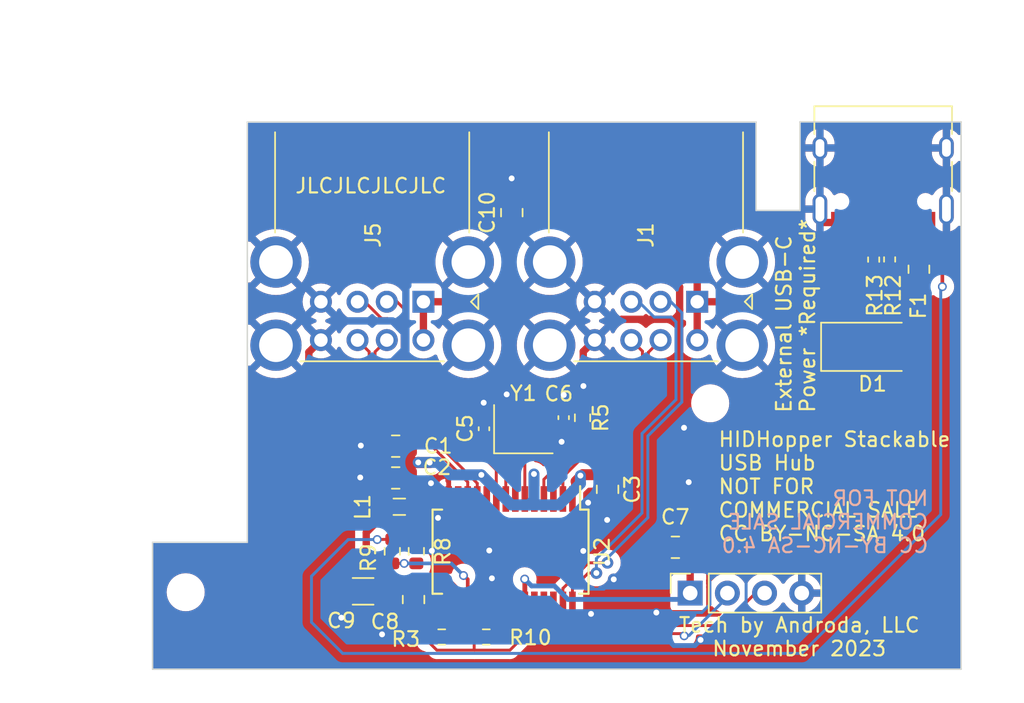
<source format=kicad_pcb>
(kicad_pcb (version 20221018) (generator pcbnew)
  (layers (0 "F.Cu" signal) (31 "B.Cu" signal) (34 "B.Paste" user) (35 "F.Paste" user) (36 "B.SilkS" user "B.Silkscreen") (37 "F.SilkS" user "F.Silkscreen") (38 "B.Mask" user) (39 "F.Mask" user) (44 "Edge.Cuts" user))
  (net 0 "")
  (net 1 "GND")
  (net 2 "Net-(D1-A)")
  (net 3 "Net-(U2-PGANG)")
  (net 4 "+3.3V")
  (net 5 "Net-(U2-RREF)")
  (net 6 "Net-(U2-PSELF)")
  (net 7 "BPI")
  (net 8 "Net-(U2-OVCUR1#)")
  (net 9 "Net-(J7-CC1)")
  (net 13 "AVDD")
  (net 14 "P2-")
  (net 15 "P2+")
  (net 16 "Net-(U2-X1)")
  (net 17 "Net-(U2-X2)")
  (net 18 "P3-")
  (net 19 "P3+")
  (net 20 "P4-")
  (net 21 "P4+")
  (net 22 "Net-(U2-RESET#)")
  (net 26 "P1-")
  (net 27 "P1+")
  (net 28 "Net-(J7-CC2)")
  (net 32 "USB_M_-")
  (net 33 "USB_M_+")
  (net 34 "HUB_5v")
  (footprint "Resistor_SMD:R_0603_1608Metric" (layer "F.Cu") (at 166.7 84.45 -90)
    (fp_text reference "R5" (at 0 -1.24 90) (layer "F.SilkS"))
    (fp_text value "680")
    (pad "1" smd roundrect (at -0.825 0 270) (size 0.8 0.95) (layers "F.Cu" "F.Paste" "F.Mask") (net 1 "GND"))
    (pad "2" smd roundrect (at 0.825 0 270) (size 0.8 0.95) (layers "F.Cu" "F.Paste" "F.Mask") (net 5 "Net-(U2-RREF)"))
  )
  (footprint "Capacitor_SMD:C_0402_1005Metric" (layer "F.Cu") (at 159.97 85.2 90)
    (fp_text reference "C5" (at 0.01 -1.29 90) (layer "F.SilkS"))
    (fp_text value "30pF")
    (pad "1" smd roundrect (at -0.48 0 90) (size 0.56 0.62) (layers "F.Cu" "F.Paste" "F.Mask") (net 17 "Net-(U2-X2)"))
    (pad "2" smd roundrect (at 0.48 0 90) (size 0.56 0.62) (layers "F.Cu" "F.Paste" "F.Mask") (net 1 "GND"))
  )
  (footprint "Resistor_SMD:R_0402_1005Metric" (layer "F.Cu") (at 187.67 73.63 -90)
    (fp_text reference "R12" (at 2.46 -0.24 -270) (layer "F.SilkS"))
    (fp_text value "5.1k")
    (pad "1" smd roundrect (at -0.51 0 270) (size 0.54 0.64) (layers "F.Cu" "F.Paste" "F.Mask") (net 9 "Net-(J7-CC1)"))
    (pad "2" smd roundrect (at 0.51 0 270) (size 0.54 0.64) (layers "F.Cu" "F.Paste" "F.Mask") (net 1 "GND"))
  )
  (footprint "Connector_USB:USB_A_CUI_UJ2-ADH-TH_Horizontal_Stacked" (layer "F.Cu") (at 155.833946 76.52 -90)
    (fp_text reference "J5" (at -4.55 3.433946 90) (layer "F.SilkS"))
    (fp_text value "USB_A_Stacked")
    (pad "1" thru_hole rect (at 0 0 270) (size 1.5 1.5) (drill 0.92) (layers "*.Cu" "*.Mask") (net 34 "HUB_5v"))
    (pad "2" thru_hole circle (at 0 2.5 270) (size 1.5 1.5) (drill 0.92) (layers "*.Cu" "*.Mask") (net 18 "P3-"))
    (pad "3" thru_hole circle (at 0 4.5 270) (size 1.5 1.5) (drill 0.92) (layers "*.Cu" "*.Mask") (net 19 "P3+"))
    (pad "4" thru_hole circle (at 0 7 270) (size 1.5 1.5) (drill 0.92) (layers "*.Cu" "*.Mask") (net 1 "GND"))
    (pad "5" thru_hole circle (at 2.62 0 270) (size 1.5 1.5) (drill 0.92) (layers "*.Cu" "*.Mask") (net 34 "HUB_5v"))
    (pad "6" thru_hole circle (at 2.62 2.5 270) (size 1.5 1.5) (drill 0.92) (layers "*.Cu" "*.Mask") (net 20 "P4-"))
    (pad "7" thru_hole circle (at 2.62 4.5 270) (size 1.5 1.5) (drill 0.92) (layers "*.Cu" "*.Mask") (net 21 "P4+"))
    (pad "8" thru_hole circle (at 2.62 7 270) (size 1.5 1.5) (drill 0.92) (layers "*.Cu" "*.Mask") (net 1 "GND"))
    (pad "9" thru_hole circle (at -2.71 -3.07 270) (size 3.5 3.5) (drill 2.3) (layers "*.Cu" "*.Mask") (net 1 "GND"))
    (pad "9" thru_hole circle (at -2.71 10.07 270) (size 3.5 3.5) (drill 2.3) (layers "*.Cu" "*.Mask") (net 1 "GND"))
    (pad "9" thru_hole circle (at 2.97 -3.07 270) (size 3.5 3.5) (drill 2.3) (layers "*.Cu" "*.Mask") (net 1 "GND"))
    (pad "9" thru_hole circle (at 2.97 10.07 270) (size 3.5 3.5) (drill 2.3) (layers "*.Cu" "*.Mask") (net 1 "GND"))
  )
  (footprint "Resistor_SMD:R_0603_1608Metric" (layer "F.Cu") (at 155.35 93.575 -90)
    (fp_text reference "R8" (at 0.015 -1.81 90) (layer "F.SilkS"))
    (fp_text value "100k")
    (pad "1" smd roundrect (at -0.825 0 270) (size 0.8 0.95) (layers "F.Cu" "F.Paste" "F.Mask") (net 1 "GND"))
    (pad "2" smd roundrect (at 0.825 0 270) (size 0.8 0.95) (layers "F.Cu" "F.Paste" "F.Mask") (net 6 "Net-(U2-PSELF)"))
  )
  (footprint "Capacitor_SMD:C_0805_2012Metric" (layer "F.Cu") (at 153.94 86.39 180)
    (fp_text reference "C1" (at -2.9 0.01) (layer "F.SilkS"))
    (fp_text value "100n")
    (pad "1" smd roundrect (at -0.95 0 180) (size 1 1.45) (layers "F.Cu" "F.Paste" "F.Mask") (net 13 "AVDD"))
    (pad "2" smd roundrect (at 0.95 0 180) (size 1 1.45) (layers "F.Cu" "F.Paste" "F.Mask") (net 1 "GND"))
  )
  (footprint "Resistor_SMD:R_0603_1608Metric" (layer "F.Cu") (at 160.125 99.43 180)
    (fp_text reference "R10" (at -3.015 -0.04) (layer "F.SilkS"))
    (fp_text value "1k")
    (pad "1" smd roundrect (at -0.825 0 180) (size 0.8 0.95) (layers "F.Cu" "F.Paste" "F.Mask") (net 8 "Net-(U2-OVCUR1#)"))
    (pad "2" smd roundrect (at 0.825 0 180) (size 0.8 0.95) (layers "F.Cu" "F.Paste" "F.Mask") (net 4 "+3.3V"))
  )
  (footprint "Connector_PinSocket_2.54mm:PinSocket_1x04_P2.54mm_Vertical" (layer "F.Cu") (at 174.05 96.43 90)
    (fp_text reference "J2" hide)
    (fp_text value "Conn_01x04_Socket")
    (pad "1" thru_hole rect (at 0 0 90) (size 1.7 1.7) (drill 1) (layers "*.Cu" "*.Mask") (net 34 "HUB_5v"))
    (pad "2" thru_hole oval (at 0 2.54 90) (size 1.7 1.7) (drill 1) (layers "*.Cu" "*.Mask") (net 32 "USB_M_-"))
    (pad "3" thru_hole oval (at 0 5.08 90) (size 1.7 1.7) (drill 1) (layers "*.Cu" "*.Mask") (net 33 "USB_M_+"))
    (pad "4" thru_hole oval (at 0 7.62 90) (size 1.7 1.7) (drill 1) (layers "*.Cu" "*.Mask") (net 1 "GND"))
  )
  (footprint "MountingHole:MountingHole_2.1mm" (layer "F.Cu") (at 139.6 96.37)
    (fp_text reference "REF**" hide)
    (fp_text value "MountingHole_2.1mm")
    (pad "" np_thru_hole circle (at 0 0) (size 2.1 2.1) (drill 2.1) (layers "F&B.Cu" "*.Mask"))
  )
  (footprint "Connector_USB:USB_C_Receptacle_HRO_TYPE-C-31-M-12" (layer "F.Cu") (at 187.23 67.06 180)
    (fp_text reference "J7" hide)
    (fp_text value "USB_C_Receptacle")
    (pad "" np_thru_hole circle (at -2.89 -2.6 180) (size 0.65 0.65) (drill 0.65) (layers "*.Cu" "*.Mask"))
    (pad "" np_thru_hole circle (at 2.89 -2.6 180) (size 0.65 0.65) (drill 0.65) (layers "*.Cu" "*.Mask"))
    (pad "A1" smd rect (at -3.25 -4.045 180) (size 0.6 1.45) (layers "F.Cu" "F.Paste" "F.Mask") (net 1 "GND"))
    (pad "A4" smd rect (at -2.45 -4.045 180) (size 0.6 1.45) (layers "F.Cu" "F.Paste" "F.Mask") (net 7 "BPI"))
    (pad "A5" smd rect (at -1.25 -4.045 180) (size 0.3 1.45) (layers "F.Cu" "F.Paste" "F.Mask") (net 9 "Net-(J7-CC1)"))
    (pad "A6" smd rect (at -0.25 -4.045 180) (size 0.3 1.45) (layers "F.Cu" "F.Paste" "F.Mask"))
    (pad "A7" smd rect (at 0.25 -4.045 180) (size 0.3 1.45) (layers "F.Cu" "F.Paste" "F.Mask"))
    (pad "A8" smd rect (at 1.25 -4.045 180) (size 0.3 1.45) (layers "F.Cu" "F.Paste" "F.Mask"))
    (pad "A9" smd rect (at 2.45 -4.045 180) (size 0.6 1.45) (layers "F.Cu" "F.Paste" "F.Mask") (net 7 "BPI"))
    (pad "A12" smd rect (at 3.25 -4.045 180) (size 0.6 1.45) (layers "F.Cu" "F.Paste" "F.Mask") (net 1 "GND"))
    (pad "B1" smd rect (at 3.25 -4.045 180) (size 0.6 1.45) (layers "F.Cu" "F.Paste" "F.Mask") (net 1 "GND"))
    (pad "B4" smd rect (at 2.45 -4.045 180) (size 0.6 1.45) (layers "F.Cu" "F.Paste" "F.Mask") (net 7 "BPI"))
    (pad "B5" smd rect (at 1.75 -4.045 180) (size 0.3 1.45) (layers "F.Cu" "F.Paste" "F.Mask") (net 28 "Net-(J7-CC2)"))
    (pad "B6" smd rect (at 0.75 -4.045 180) (size 0.3 1.45) (layers "F.Cu" "F.Paste" "F.Mask"))
    (pad "B7" smd rect (at -0.75 -4.045 180) (size 0.3 1.45) (layers "F.Cu" "F.Paste" "F.Mask"))
    (pad "B8" smd rect (at -1.75 -4.045 180) (size 0.3 1.45) (layers "F.Cu" "F.Paste" "F.Mask"))
    (pad "B9" smd rect (at -2.45 -4.045 180) (size 0.6 1.45) (layers "F.Cu" "F.Paste" "F.Mask") (net 7 "BPI"))
    (pad "B12" smd rect (at -3.25 -4.045 180) (size 0.6 1.45) (layers "F.Cu" "F.Paste" "F.Mask") (net 1 "GND"))
    (pad "S1" thru_hole oval (at -4.32 -3.13 180) (size 1 2.1) (drill oval 0.6 1.7) (layers "*.Cu" "*.Mask") (net 1 "GND"))
    (pad "S1" thru_hole oval (at -4.32 1.05 180) (size 1 1.6) (drill oval 0.6 1.2) (layers "*.Cu" "*.Mask") (net 1 "GND"))
    (pad "S1" thru_hole oval (at 4.32 -3.13 180) (size 1 2.1) (drill oval 0.6 1.7) (layers "*.Cu" "*.Mask") (net 1 "GND"))
    (pad "S1" thru_hole oval (at 4.32 1.05 180) (size 1 1.6) (drill oval 0.6 1.2) (layers "*.Cu" "*.Mask") (net 1 "GND"))
  )
  (footprint "Crystal:Crystal_SMD_3225-4Pin_3.2x2.5mm" (layer "F.Cu") (at 162.66 85.23)
    (fp_text reference "Y1" (at 0 -2.45) (layer "F.SilkS"))
    (fp_text value "Crystal_GND24")
    (pad "1" smd rect (at -1.1 0.85) (size 1.4 1.2) (layers "F.Cu" "F.Paste" "F.Mask") (net 17 "Net-(U2-X2)"))
    (pad "2" smd rect (at 1.1 0.85) (size 1.4 1.2) (layers "F.Cu" "F.Paste" "F.Mask") (net 1 "GND"))
    (pad "3" smd rect (at 1.1 -0.85) (size 1.4 1.2) (layers "F.Cu" "F.Paste" "F.Mask") (net 16 "Net-(U2-X1)"))
    (pad "4" smd rect (at -1.1 -0.85) (size 1.4 1.2) (layers "F.Cu" "F.Paste" "F.Mask") (net 1 "GND"))
  )
  (footprint "Fuse:Fuse_0805_2012Metric" (layer "F.Cu") (at 189.67 74.3 -90)
    (fp_text reference "F1" (at 2.51 0.04 -270) (layer "F.SilkS"))
    (fp_text value "~1.5A")
    (pad "1" smd roundrect (at -0.9375 0 270) (size 0.975 1.4) (layers "F.Cu" "F.Paste" "F.Mask") (net 7 "BPI"))
    (pad "2" smd roundrect (at 0.9375 0 270) (size 0.975 1.4) (layers "F.Cu" "F.Paste" "F.Mask") (net 2 "Net-(D1-A)"))
  )
  (footprint "Diode_SMD:D_SMA" (layer "F.Cu") (at 186.5 79.6)
    (fp_text reference "D1" (at 0 2.54) (layer "F.SilkS"))
    (fp_text value "D_Schottky")
    (pad "1" smd roundrect (at -2 0) (size 2.5 1.8) (layers "F.Cu" "F.Paste" "F.Mask") (roundrect_rratio 0.1388888889) (net 34 "HUB_5v"))
    (pad "2" smd roundrect (at 2 0) (size 2.5 1.8) (layers "F.Cu" "F.Paste" "F.Mask") (roundrect_rratio 0.1388888889) (net 2 "Net-(D1-A)"))
  )
  (footprint "Capacitor_SMD:C_0805_2012Metric" (layer "F.Cu") (at 161.87 70.43 90)
    (fp_text reference "C10" (at 0 -1.68 90) (layer "F.SilkS"))
    (fp_text value "4.7")
    (pad "1" smd roundrect (at -0.95 0 90) (size 1 1.45) (layers "F.Cu" "F.Paste" "F.Mask") (net 34 "HUB_5v"))
    (pad "2" smd roundrect (at 0.95 0 90) (size 1 1.45) (layers "F.Cu" "F.Paste" "F.Mask") (net 1 "GND"))
  )
  (footprint "Capacitor_SMD:C_0805_2012Metric" (layer "F.Cu") (at 168.41 89.34 -90)
    (fp_text reference "C3" (at 0 -1.68 90) (layer "F.SilkS"))
    (fp_text value "100n")
    (pad "1" smd roundrect (at -0.95 0 270) (size 1 1.45) (layers "F.Cu" "F.Paste" "F.Mask") (net 13 "AVDD"))
    (pad "2" smd roundrect (at 0.95 0 270) (size 1 1.45) (layers "F.Cu" "F.Paste" "F.Mask") (net 1 "GND"))
  )
  (footprint "Resistor_SMD:R_0402_1005Metric" (layer "F.Cu") (at 186.58 73.64 90)
    (fp_text reference "R13" (at -2.45 0.08 90) (layer "F.SilkS"))
    (fp_text value "5.1k")
    (pad "1" smd roundrect (at -0.51 0 90) (size 0.54 0.64) (layers "F.Cu" "F.Paste" "F.Mask") (net 1 "GND"))
    (pad "2" smd roundrect (at 0.51 0 90) (size 0.54 0.64) (layers "F.Cu" "F.Paste" "F.Mask") (net 28 "Net-(J7-CC2)"))
  )
  (footprint "Package_SO:SSOP-28_5.3x10.2mm_P0.65mm" (layer "F.Cu") (at 161.785 93.6 -90)
    (fp_text reference "U2" (at 0 -6.25 90) (layer "F.SilkS"))
    (fp_text value "~")
    (pad "1" smd rect (at -3.6 -4.225 270) (size 1.75 0.45) (layers "F.Cu" "F.Paste" "F.Mask") (net 13 "AVDD"))
    (pad "2" smd rect (at -3.6 -3.575 270) (size 1.75 0.45) (layers "F.Cu" "F.Paste" "F.Mask") (net 14 "P2-"))
    (pad "3" smd rect (at -3.6 -2.925 270) (size 1.75 0.45) (layers "F.Cu" "F.Paste" "F.Mask") (net 15 "P2+"))
    (pad "4" smd rect (at -3.6 -2.275 270) (size 1.75 0.45) (layers "F.Cu" "F.Paste" "F.Mask") (net 5 "Net-(U2-RREF)"))
    (pad "5" smd rect (at -3.6 -1.625 270) (size 1.75 0.45) (layers "F.Cu" "F.Paste" "F.Mask") (net 13 "AVDD"))
    (pad "6" smd rect (at -3.6 -0.975 270) (size 1.75 0.45) (layers "F.Cu" "F.Paste" "F.Mask") (net 16 "Net-(U2-X1)"))
    (pad "7" smd rect (at -3.6 -0.325 270) (size 1.75 0.45) (layers "F.Cu" "F.Paste" "F.Mask") (net 17 "Net-(U2-X2)"))
    (pad "8" smd rect (at -3.6 0.325 270) (size 1.75 0.45) (layers "F.Cu" "F.Paste" "F.Mask") (net 18 "P3-"))
    (pad "9" smd rect (at -3.6 0.975 270) (size 1.75 0.45) (layers "F.Cu" "F.Paste" "F.Mask") (net 19 "P3+"))
    (pad "10" smd rect (at -3.6 1.625 270) (size 1.75 0.45) (layers "F.Cu" "F.Paste" "F.Mask") (net 13 "AVDD"))
    (pad "11" smd rect (at -3.6 2.275 270) (size 1.75 0.45) (layers "F.Cu" "F.Paste" "F.Mask") (net 20 "P4-"))
    (pad "12" smd rect (at -3.6 2.925 270) (size 1.75 0.45) (layers "F.Cu" "F.Paste" "F.Mask") (net 21 "P4+"))
    (pad "13" smd rect (at -3.6 3.575 270) (size 1.75 0.45) (layers "F.Cu" "F.Paste" "F.Mask") (net 22 "Net-(U2-RESET#)"))
    (pad "14" smd rect (at -3.6 4.225 270) (size 1.75 0.45) (layers "F.Cu" "F.Paste" "F.Mask") (net 1 "GND"))
    (pad "15" smd rect (at 3.6 4.225 270) (size 1.75 0.45) (layers "F.Cu" "F.Paste" "F.Mask") (net 1 "GND"))
    (pad "16" smd rect (at 3.6 3.575 270) (size 1.75 0.45) (layers "F.Cu" "F.Paste" "F.Mask") (net 4 "+3.3V"))
    (pad "17" smd rect (at 3.6 2.925 270) (size 1.75 0.45) (layers "F.Cu" "F.Paste" "F.Mask") (net 6 "Net-(U2-PSELF)"))
    (pad "18" smd rect (at 3.6 2.275 270) (size 1.75 0.45) (layers "F.Cu" "F.Paste" "F.Mask") (net 3 "Net-(U2-PGANG)"))
    (pad "19" smd rect (at 3.6 1.625 270) (size 1.75 0.45) (layers "F.Cu" "F.Paste" "F.Mask"))
    (pad "20" smd rect (at 3.6 0.975 270) (size 1.75 0.45) (layers "F.Cu" "F.Paste" "F.Mask"))
    (pad "21" smd rect (at 3.6 0.325 270) (size 1.75 0.45) (layers "F.Cu" "F.Paste" "F.Mask") (net 8 "Net-(U2-OVCUR1#)"))
    (pad "22" smd rect (at 3.6 -0.325 270) (size 1.75 0.45) (layers "F.Cu" "F.Paste" "F.Mask"))
    (pad "23" smd rect (at 3.6 -0.975 270) (size 1.75 0.45) (layers "F.Cu" "F.Paste" "F.Mask") (net 34 "HUB_5v"))
    (pad "24" smd rect (at 3.6 -1.625 270) (size 1.75 0.45) (layers "F.Cu" "F.Paste" "F.Mask") (net 4 "+3.3V"))
    (pad "25" smd rect (at 3.6 -2.275 270) (size 1.75 0.45) (layers "F.Cu" "F.Paste" "F.Mask") (net 32 "USB_M_-"))
    (pad "26" smd rect (at 3.6 -2.925 270) (size 1.75 0.45) (layers "F.Cu" "F.Paste" "F.Mask") (net 33 "USB_M_+"))
    (pad "27" smd rect (at 3.6 -3.575 270) (size 1.75 0.45) (layers "F.Cu" "F.Paste" "F.Mask") (net 26 "P1-"))
    (pad "28" smd rect (at 3.6 -4.225 270) (size 1.75 0.45) (layers "F.Cu" "F.Paste" "F.Mask") (net 27 "P1+"))
  )
  (footprint "Capacitor_SMD:C_0805_2012Metric" (layer "F.Cu") (at 153.94 88.56 180)
    (fp_text reference "C2" (at -2.82 0.72) (layer "F.SilkS"))
    (fp_text value "100n")
    (pad "1" smd roundrect (at -0.95 0 180) (size 1 1.45) (layers "F.Cu" "F.Paste" "F.Mask") (net 13 "AVDD"))
    (pad "2" smd roundrect (at 0.95 0 180) (size 1 1.45) (layers "F.Cu" "F.Paste" "F.Mask") (net 1 "GND"))
  )
  (footprint "Resistor_SMD:R_0603_1608Metric" (layer "F.Cu") (at 157.085 99.43 180)
    (fp_text reference "R3" (at 2.455 -0.15) (layer "F.SilkS"))
    (fp_text value "100k")
    (pad "1" smd roundrect (at -0.825 0 180) (size 0.8 0.95) (layers "F.Cu" "F.Paste" "F.Mask") (net 3 "Net-(U2-PGANG)"))
    (pad "2" smd roundrect (at 0.825 0 180) (size 0.8 0.95) (layers "F.Cu" "F.Paste" "F.Mask") (net 4 "+3.3V"))
  )
  (footprint "Capacitor_SMD:C_0805_2012Metric" (layer "F.Cu") (at 155.16 96.87 -90)
    (fp_text reference "C8" (at 1.51 1.95) (layer "F.SilkS"))
    (fp_text value "100n")
    (pad "1" smd roundrect (at -0.95 0 270) (size 1 1.45) (layers "F.Cu" "F.Paste" "F.Mask") (net 4 "+3.3V"))
    (pad "2" smd roundrect (at 0.95 0 270) (size 1 1.45) (layers "F.Cu" "F.Paste" "F.Mask") (net 1 "GND"))
  )
  (footprint "Inductor_SMD:L_0805_2012Metric" (layer "F.Cu") (at 154.19 90.53)
    (fp_text reference "L1" (at -2.5 0.02 90) (layer "F.SilkS"))
    (fp_text value "ferrite")
    (pad "1" smd roundrect (at -1.0625 0) (size 0.875 1.2) (layers "F.Cu" "F.Paste" "F.Mask") (net 4 "+3.3V"))
    (pad "2" smd roundrect (at 1.0625 0) (size 0.875 1.2) (layers "F.Cu" "F.Paste" "F.Mask") (net 13 "AVDD"))
  )
  (footprint "Capacitor_SMD:C_0402_1005Metric" (layer "F.Cu") (at 165.41 84.44 90)
    (fp_text reference "C6" (at 1.63 -0.33) (layer "F.SilkS"))
    (fp_text value "30pF")
    (pad "1" smd roundrect (at -0.48 0 90) (size 0.56 0.62) (layers "F.Cu" "F.Paste" "F.Mask") (net 16 "Net-(U2-X1)"))
    (pad "2" smd roundrect (at 0.48 0 90) (size 0.56 0.62) (layers "F.Cu" "F.Paste" "F.Mask") (net 1 "GND"))
  )
  (footprint "Connector_USB:USB_A_CUI_UJ2-ADH-TH_Horizontal_Stacked" (layer "F.Cu") (at 174.53 76.52 -90)
    (fp_text reference "J1" (at -4.55 3.5 90) (layer "F.SilkS"))
    (fp_text value "USB_A_Stacked")
    (pad "1" thru_hole rect (at 0 0 270) (size 1.5 1.5) (drill 0.92) (layers "*.Cu" "*.Mask") (net 34 "HUB_5v"))
    (pad "2" thru_hole circle (at 0 2.5 270) (size 1.5 1.5) (drill 0.92) (layers "*.Cu" "*.Mask") (net 26 "P1-"))
    (pad "3" thru_hole circle (at 0 4.5 270) (size 1.5 1.5) (drill 0.92) (layers "*.Cu" "*.Mask") (net 27 "P1+"))
    (pad "4" thru_hole circle (at 0 7 270) (size 1.5 1.5) (drill 0.92) (layers "*.Cu" "*.Mask") (net 1 "GND"))
    (pad "5" thru_hole circle (at 2.62 0 270) (size 1.5 1.5) (drill 0.92) (layers "*.Cu" "*.Mask") (net 34 "HUB_5v"))
    (pad "6" thru_hole circle (at 2.62 2.5 270) (size 1.5 1.5) (drill 0.92) (layers "*.Cu" "*.Mask") (net 14 "P2-"))
    (pad "7" thru_hole circle (at 2.62 4.5 270) (size 1.5 1.5) (drill 0.92) (layers "*.Cu" "*.Mask") (net 15 "P2+"))
    (pad "8" thru_hole circle (at 2.62 7 270) (size 1.5 1.5) (drill 0.92) (layers "*.Cu" "*.Mask") (net 1 "GND"))
    (pad "9" thru_hole circle (at -2.71 -3.07 270) (size 3.5 3.5) (drill 2.3) (layers "*.Cu" "*.Mask") (net 1 "GND"))
    (pad "9" thru_hole circle (at -2.71 10.07 270) (size 3.5 3.5) (drill 2.3) (layers "*.Cu" "*.Mask") (net 1 "GND"))
    (pad "9" thru_hole circle (at 2.97 -3.07 270) (size 3.5 3.5) (drill 2.3) (layers "*.Cu" "*.Mask") (net 1 "GND"))
    (pad "9" thru_hole circle (at 2.97 10.07 270) (size 3.5 3.5) (drill 2.3) (layers "*.Cu" "*.Mask") (net 1 "GND"))
  )
  (footprint "Capacitor_SMD:C_0805_2012Metric" (layer "F.Cu") (at 173.04 93.3 180)
    (fp_text reference "C7" (at 0.01 2.07) (layer "F.SilkS"))
    (fp_text value "100n")
    (pad "1" smd roundrect (at -0.95 0 180) (size 1 1.45) (layers "F.Cu" "F.Paste" "F.Mask") (net 34 "HUB_5v"))
    (pad "2" smd roundrect (at 0.95 0 180) (size 1 1.45) (layers "F.Cu" "F.Paste" "F.Mask") (net 1 "GND"))
  )
  (footprint "MountingHole:MountingHole_2.1mm" (layer "F.Cu") (at 175.42 83.46)
    (fp_text reference "REF**" hide)
    (fp_text value "MountingHole_2.1mm")
    (pad "" np_thru_hole circle (at 0 0) (size 2.1 2.1) (drill 2.1) (layers "F&B.Cu" "*.Mask"))
  )
  (footprint "Capacitor_SMD:C_1206_3216Metric" (layer "F.Cu") (at 151.715 96.31 180)
    (fp_text reference "C9" (at 1.485 -2) (layer "F.SilkS"))
    (fp_text value "47")
    (pad "1" smd roundrect (at -1.475 0 180) (size 1.15 1.8) (layers "F.Cu" "F.Paste" "F.Mask") (roundrect_rratio 0.2173913043) (net 4 "+3.3V"))
    (pad "2" smd roundrect (at 1.475 0 180) (size 1.15 1.8) (layers "F.Cu" "F.Paste" "F.Mask") (roundrect_rratio 0.2173913043) (net 1 "GND"))
  )
  (footprint "Resistor_SMD:R_0603_1608Metric" (layer "F.Cu") (at 153.71 93.575 90)
    (fp_text reference "R9" (at -0.445 -1.63 90) (layer "F.SilkS"))
    (fp_text value "1k")
    (pad "1" smd roundrect (at -0.825 0 90) (size 0.8 0.95) (layers "F.Cu" "F.Paste" "F.Mask") (net 6 "Net-(U2-PSELF)"))
    (pad "2" smd roundrect (at 0.825 0 90) (size 0.8 0.95) (layers "F.Cu" "F.Paste" "F.Mask") (net 7 "BPI"))
  )
  (gr_line (start 178.55 70.28) (end 181.55 70.28) (stroke (width 0.1)) (layer "Edge.Cuts"))
  (gr_line (start 192.55 101.63) (end 192.55 64.23) (stroke (width 0.1)) (layer "Edge.Cuts"))
  (gr_line (start 143.81 64.24) (end 178.55 64.24) (stroke (width 0.1)) (layer "Edge.Cuts"))
  (gr_line (start 137.34 101.63) (end 192.55 101.63) (stroke (width 0.1)) (layer "Edge.Cuts"))
  (gr_line (start 192.55 64.23) (end 181.55 64.23) (stroke (width 0.1)) (layer "Edge.Cuts"))
  (gr_line (start 181.55 70.28) (end 181.55 64.23) (stroke (width 0.1)) (layer "Edge.Cuts"))
  (gr_line (start 137.34 101.63) (end 137.34 92.96) (stroke (width 0.1)) (layer "Edge.Cuts"))
  (gr_line (start 143.81 92.96) (end 137.34 92.96) (stroke (width 0.1)) (layer "Edge.Cuts"))
  (gr_line (start 143.81 92.96) (end 143.81 64.24) (stroke (width 0.1)) (layer "Edge.Cuts"))
  (gr_line (start 178.55 64.24) (end 178.55 70.28) (stroke (width 0.1)) (layer "Edge.Cuts"))
  (gr_text "NOT FOR\nCOMMERCIAL SALE\nCC BY-NC-SA 4.0" (at 190.4 93.76) (layer "B.SilkS") (effects (font (size 1 1)) (justify left bottom mirror)))
  (gr_text "JLCJLCJLCJLC" (at 147 69.18) (layer "F.SilkS") (effects (font (size 1 1)) (justify left bottom)))
  (gr_text "HIDHopper Stackable\nUSB Hub\nNOT FOR\nCOMMERCIAL SALE\nCC BY-NC-SA 4.0" (at 175.9 92.95) (layer "F.SilkS") (effects (font (size 1 1)) (justify left bottom)))
  (gr_text "External USB-C\nPower *Required*" (at 182.65 84.19 90) (layer "F.SilkS") (effects (font (size 1 1)) (justify left bottom)))
  (gr_text "Tech by Androda, LLC\nNovember 2023" (at 181.5 100.81) (layer "F.SilkS") (effects (font (size 1 1)) (justify bottom)))
  (segment (start 157.56 91.05) (end 158.02 91.51) (width 0.2) (layer "F.Cu") (net 1))
  (segment (start 173.23 78.19) (end 172.76 77.72) (width 0.5) (layer "F.Cu") (net 1))
  (segment (start 190.48 72.24) (end 191.03 72.79) (width 0.33) (layer "F.Cu") (net 1))
  (segment (start 173.26 75.44) (end 173.33 75.51) (width 0.5) (layer "F.Cu") (net 1))
  (segment (start 169.69 74.36) (end 172 74.36) (width 0.5) (layer "F.Cu") (net 1))
  (segment (start 150.365 96.185) (end 150.24 96.31) (width 0.25) (layer "F.Cu") (net 1))
  (segment (start 167.53 79.14) (end 166.75 79.92) (width 0.5) (layer "F.Cu") (net 1))
  (segment (start 175.31 95.77) (end 175.31 95.57) (width 0.33) (layer "F.Cu") (net 1))
  (segment (start 157.56 90) (end 157.56 91.05) (width 0.2) (layer "F.Cu") (net 1))
  (segment (start 190.48 71.105) (end 190.48 72.24) (width 0.33) (layer "F.Cu") (net 1))
  (segment (start 175.31 95.57) (end 176.15 94.73) (width 0.33) (layer "F.Cu") (net 1))
  (segment (start 158.02 91.51) (end 166.53 91.51) (width 0.2) (layer "F.Cu") (net 1))
  (segment (start 173.33 77.06) (end 173.33 80.51) (width 0.5) (layer "F.Cu") (net 1))
  (segment (start 173.63 85.13) (end 173.17 84.67) (width 0.5) (layer "F.Cu") (net 1))
  (segment (start 175.31 97.5) (end 175.31 96.02) (width 0.33) (layer "F.Cu") (net 1))
  (segment (start 183.98 72.59) (end 183.99 72.6) (width 0.33) (layer "F.Cu") (net 1))
  (segment (start 173.33 75.51) (end 173.33 77.06) (width 0.5) (layer "F.Cu") (net 1))
  (segment (start 173.33 80.51) (end 173.52 80.7) (width 0.5) (layer "F.Cu") (net 1))
  (segment (start 148.833946 79.14) (end 148.01 79.963946) (width 0.5) (layer "F.Cu") (net 1))
  (segment (start 183.98 71.105) (end 183.98 72.59) (width 0.33) (layer "F.Cu") (net 1))
  (segment (start 157.56 90) (end 157.56 90.54) (width 0.33) (layer "F.Cu") (net 1))
  (segment (start 148.01 79.963946) (end 148.01 80.55) (width 0.5) (layer "F.Cu") (net 1))
  (segment (start 157.56 90) (end 157.56 88.62) (width 0.33) (layer "F.Cu") (net 1))
  (segment (start 172 74.36) (end 172.18 74.36) (width 0.5) (layer "F.Cu") (net 1))
  (segment (start 172.18 74.36) (end 173.26 75.44) (width 0.5) (layer "F.Cu") (net 1))
  (segment (start 155.16 97.82) (end 156.94 97.82) (width 0.33) (layer "F.Cu") (net 1))
  (segment (start 173.17 81.66) (end 173.23 81.6) (width 0.5) (layer "F.Cu") (net 1))
  (segment (start 175.31 95.77) (end 175.31 95.06) (width 0.33) (layer "F.Cu") (net 1))
  (segment (start 173.17 84.67) (end 173.17 81.66) (width 0.5) (layer "F.Cu") (net 1))
  (segment (start 157.56 91.52) (end 157.56 91.84) (width 0.2) (layer "F.Cu") (net 1))
  (segment (start 156.81 91.29) (end 155.35 92.75) (width 0.33) (layer "F.Cu") (net 1))
  (segment (start 152.99 87.47) (end 152.99 88.56) (width 0.75) (layer "F.Cu") (net 1))
  (segment (start 172.76 77.72) (end 169.36 77.72) (width 0.5) (layer "F.Cu") (net 1))
  (segment (start 171.74 97.76) (end 175.05 97.76) (width 0.33) (layer "F.Cu") (net 1))
  (segment (start 152.98 87.46) (end 152.99 87.47) (width 0.75) (layer "F.Cu") (net 1))
  (segment (start 156.83 91.29) (end 156.81 91.29) (width 0.33) (layer "F.Cu") (net 1))
  (segment (start 173.23 81.6) (end 173.23 78.19) (width 0.5) (layer "F.Cu") (net 1))
  (segment (start 152.99 86.39) (end 152.99 87.45) (width 0.75) (layer "F.Cu") (net 1))
  (segment (start 157.56 90) (end 157.56 91.52) (width 0.33) (layer "F.Cu") (net 1))
  (segment (start 152.99 87.45) (end 152.98 87.46) (width 0.75) (layer "F.Cu") (net 1))
  (segment (start 167.53 76.52) (end 169.69 74.36) (width 0.5) (layer "F.Cu") (net 1))
  (segment (start 175.31 96.02) (end 175.31 95.77) (width 0.33) (layer "F.Cu") (net 1))
  (segment (start 169.36 77.72) (end 169.23 77.85) (width 0.5) (layer "F.Cu") (net 1))
  (segment (start 166.75 79.92) (end 166.75 80.39) (width 0.5) (layer "F.Cu") (net 1))
  (segment (start 157.56 90.54) (end 156.83 91.27) (width 0.33) (layer "F.Cu") (net 1))
  (segment (start 175.05 97.76) (end 175.14 97.67) (width 0.33) (layer "F.Cu") (net 1))
  (segment (start 157.56 88.62) (end 157.35 88.41) (width 0.33) (layer "F.Cu") (net 1))
  (segment (start 156.94 97.82) (end 157.56 97.2) (width 0.33) (layer "F.Cu") (net 1))
  (segment (start 175.31 95.06) (end 175.38 94.99) (width 0.33) (layer "F.Cu") (net 1))
  (segment (start 156.83 91.27) (end 156.83 91.29) (width 0.33) (layer "F.Cu") (net 1))
  (segment (start 175.14 97.67) (end 175.31 97.5) (width 0.33) (layer "F.Cu") (net 1))
  (via (at 160.51 95.42) (size 0.6) (drill 0.4) (layers "F.Cu" "B.Cu") (net 1))
  (via (at 159.95 83.42) (size 0.6) (drill 0.4) (layers "F.Cu" "B.Cu") (net 1))
  (via (at 151.56 86.35) (size 0.6) (drill 0.4) (layers "F.Cu" "B.Cu") (net 1))
  (via (at 171.74 97.76) (size 0.6) (drill 0.4) (layers "F.Cu" "B.Cu") (net 1))
  (via (at 153.01 99.25) (size 0.6) (drill 0.4) (layers "F.Cu" "B.Cu") (net 1))
  (via (at 161.52 82.85) (size 0.6) (drill 0.4) (layers "F.Cu" "B.Cu") (net 1))
  (via (at 166.75 93.55) (size 0.6) (drill 0.4) (layers "F.Cu" "B.Cu") (net 1))
  (via (at 161.86 68.09) (size 0.6) (drill 0.4) (layers "F.Cu" "B.Cu") (net 1))
  (via (at 167.28 97.85) (size 0.6) (drill 0.4) (layers "F.Cu" "B.Cu") (net 1))
  (via (at 174.76 99.63) (size 0.6) (drill 0.4) (layers "F.Cu" "B.Cu") (net 1))
  (via (at 165.27 86.09) (size 0.6) (drill 0.4) (layers "F.Cu" "B.Cu") (net 1))
  (via (at 165.42 82.89) (size 0.6) (drill 0.4) (layers "F.Cu" "B.Cu") (net 1))
  (via (at 167.08 90.25) (size 0.6) (drill 0.4) (layers "F.Cu" "B.Cu") (net 1))
  (via (at 166.76 82.28) (size 0.6) (drill 0.4) (layers "F.Cu" "B.Cu") (net 1))
  (via (at 156.83 91.29) (size 0.6) (drill 0.4) (layers "F.Cu" "B.Cu") (net 1))
  (via (at 151.52 88.53) (size 0.6) (drill 0.4) (layers "F.Cu" "B.Cu") (net 1))
  (via (at 173.63 85.13) (size 0.6) (drill 0.4) (layers "F.Cu" "B.Cu") (net 1))
  (via (at 150.23 98.11) (size 0.6) (drill 0.4) (layers "F.Cu" "B.Cu") (net 1))
  (via (at 156.35 88.92) (size 0.6) (drill 0.4) (layers "F.Cu" "B.Cu") (net 1))
  (via (at 168.83 95.49) (size 0.8) (drill 0.4) (layers "F.Cu" "B.Cu") (net 1))
  (via (at 156.41 93.54) (size 0.6) (drill 0.4) (layers "F.Cu" "B.Cu") (net 1))
  (via (at 168.38 91.43) (size 0.6) (drill 0.4) (layers "F.Cu" "B.Cu") (net 1))
  (via (at 173.95 88.85) (size 0.6) (drill 0.4) (layers "F.Cu" "B.Cu") (net 1))
  (via (at 160.33 93.52) (size 0.6) (drill 0.4) (layers "F.Cu" "B.Cu") (net 1))
  (segment (start 174.375 100.015) (end 172.925 100.015) (width 0.33) (layer "B.Cu") (net 1))
  (segment (start 175.4 97.204264) (end 175.4 95.23) (width 0.2) (layer "B.Cu") (net 1))
  (segment (start 153.721003 77.83) (end 154.160502 78.269498) (width 0.5) (layer "B.Cu") (net 1))
  (segment (start 154.633946 78.742942) (end 154.633946 78.81) (width 0.5) (layer "B.Cu") (net 1))
  (segment (start 177.87 96.97) (end 177.87 97.39) (width 0.2) (layer "B.Cu") (net 1))
  (segment (start 154.633946 78.742942) (end 154.533946 78.842942) (width 0.5) (layer "B.Cu") (net 1))
  (segment (start 150.143946 77.83) (end 153.721003 77.83) (width 0.5) (layer "B.Cu") (net 1))
  (segment (start 154.66 75.06) (end 154.77 75.17) (width 0.5) (layer "B.Cu") (net 1))
  (segment (start 177.87 97.39) (end 177.88 97.4) (width 0.2) (layer "B.Cu") (net 1))
  (segment (start 166.92 96.16) (end 168.16 96.16) (width 0.2) (layer "B.Cu") (net 1))
  (segment (start 154.533946 79.796054) (end 153.59 80.74) (width 0.5) (layer "B.Cu") (net 1))
  (segment (start 168.16 96.16) (end 168.83 95.49) (width 0.2) (layer "B.Cu") (net 1))
  (segment (start 175.82 94.82) (end 177.55 94.82) (width 0.2) (layer "B.Cu") (net 1))
  (segment (start 154.160502 78.269498) (end 154.633946 78.742942) (width 0.5) (layer "B.Cu") (net 1))
  (segment (start 172.925 100.015) (end 172.79 99.88) (width 0.33) (layer "B.Cu") (net 1))
  (segment (start 154.533946 78.842942) (end 154.533946 79.796054) (width 0.5) (layer "B.Cu") (net 1))
  (segment (start 157.44 83.42) (end 154.89 80.87) (width 0.75) (layer "B.Cu") (net 1))
  (segment (start 154.77 75.17) (end 154.77 75.41) (width 0.5) (layer "B.Cu") (net 1))
  (segment (start 154.633946 78.742942) (end 154.633946 80.18) (width 0.5) (layer "B.Cu") (net 1))
  (segment (start 166.59 95.83) (end 166.92 96.16) (width 0.2) (layer "B.Cu") (net 1))
  (segment (start 148.833946 76.52) (end 150.143946 77.83) (width 0.5) (layer "B.Cu") (net 1))
  (segment (start 177.87 96.97) (end 177.235 97.605) (width 0.2) (layer "B.Cu") (net 1))
  (segment (start 159.95 83.42) (end 157.44 83.42) (width 0.75) (layer "B.Cu") (net 1))
  (segment (start 175.81 94.83) (end 175.82 94.82) (width 0.2) (layer "B.Cu") (net 1))
  (segment (start 166.59 93.71) (end 166.59 95.83) (width 0.2) (layer "B.Cu") (net 1))
  (segment (start 154.633946 80.18) (end 154.633946 78.81) (width 0.5) (layer "B.Cu") (net 1))
  (segment (start 174.844264 97.76) (end 175.192132 97.412132) (width 0.2) (layer "B.Cu") (net 1))
  (segment (start 175.192132 97.412132) (end 175.4 97.204264) (width 0.2) (layer "B.Cu") (net 1))
  (segment (start 177.87 95.59) (end 177.87 96.97) (width 0.2) (layer "B.Cu") (net 1))
  (segment (start 175.4 95.23) (end 175.41 95.23) (width 0.2) (layer "B.Cu") (net 1))
  (segment (start 154.633946 78.81) (end 154.633946 75.086054) (width 0.5) (layer "B.Cu") (net 1))
  (segment (start 154.160502 78.269498) (end 154.355502 78.464498) (width 0.5) (layer "B.Cu") (net 1))
  (segment (start 171.74 97.76) (end 174.844264 97.76) (width 0.2) (layer "B.Cu") (net 1))
  (segment (start 154.633946 80.613946) (end 154.633946 80.18) (width 0.5) (layer "B.Cu") (net 1))
  (segment (start 154.355502 78.464498) (end 154.633946 78.742942) (width 0.5) (layer "B.Cu") (net 1))
  (segment (start 166.75 93.55) (end 166.59 93.71) (width 0.2) (layer "B.Cu") (net 1))
  (segment (start 154.89 80.87) (end 154.633946 80.613946) (width 0.5) (layer "B.Cu") (net 1))
  (segment (start 177.18 97.66) (end 177.18 97.78) (width 0.2) (layer "B.Cu") (net 1))
  (segment (start 154.633946 75.086054) (end 154.66 75.06) (width 0.5) (layer "B.Cu") (net 1))
  (segment (start 177.55 94.82) (end 177.55 95.27) (width 0.2) (layer "B.Cu") (net 1))
  (segment (start 177.55 95.27) (end 177.87 95.59) (width 0.2) (layer "B.Cu") (net 1))
  (segment (start 175.41 95.23) (end 175.81 94.83) (width 0.2) (layer "B.Cu") (net 1))
  (segment (start 174.76 99.63) (end 174.375 100.015) (width 0.33) (layer "B.Cu") (net 1))
  (segment (start 189.67 78.43) (end 188.5 79.6) (width 0.5) (layer "F.Cu") (net 2))
  (segment (start 189.67 75.2375) (end 189.67 78.43) (width 0.5) (layer "F.Cu") (net 2))
  (segment (start 158.69 98.65) (end 157.91 99.43) (width 0.2) (layer "F.Cu") (net 3))
  (segment (start 157.56 99.67) (end 157.56 99.43) (width 0.2) (layer "F.Cu") (net 3))
  (segment (start 159.135 98.65) (end 158.69 98.65) (width 0.2) (layer "F.Cu") (net 3))
  (segment (start 159.51 98.275) (end 159.135 98.65) (width 0.2) (layer "F.Cu") (net 3))
  (segment (start 159.51 97.2) (end 159.51 98.275) (width 0.2) (layer "F.Cu") (net 3))
  (segment (start 157.79 95.79) (end 155.72 95.79) (width 0.33) (layer "F.Cu") (net 4))
  (segment (start 159.3 100.31) (end 159.32 100.33) (width 0.2) (layer "F.Cu") (net 4))
  (segment (start 151.93 94.21) (end 153.64 95.92) (width 0.5) (layer "F.Cu") (net 4))
  (segment (start 159.3 99.43) (end 159.3 100.31) (width 0.2) (layer "F.Cu") (net 4))
  (segment (start 157.885 98.6) (end 157.09 98.6) (width 0.2) (layer "F.Cu") (net 4))
  (segment (start 156.26 99.43) (end 156.26 99.84) (width 0.2) (layer "F.Cu") (net 4))
  (segment (start 158.21 96.21) (end 157.79 95.79) (width 0.33) (layer "F.Cu") (net 4))
  (segment (start 158.21 98.275) (end 157.885 98.6) (width 0.2) (layer "F.Cu") (net 4))
  (segment (start 153.64 95.92) (end 155.16 95.92) (width 0.5) (layer "F.Cu") (net 4))
  (segment (start 161.74 100.33) (end 163.41 98.66) (width 0.2) (layer "F.Cu") (net 4))
  (segment (start 151.93 93.02) (end 151.93 94.21) (width 0.5) (layer "F.Cu") (net 4))
  (segment (start 158.21 97.2) (end 158.21 96.21) (width 0.33) (layer "F.Cu") (net 4))
  (segment (start 155.72 95.79) (end 155.7 95.77) (width 0.33) (layer "F.Cu") (net 4))
  (segment (start 153.1275 90.53) (end 153.1275 91.0925) (width 0.5) (layer "F.Cu") (net 4))
  (segment (start 157.09 98.6) (end 156.26 99.43) (width 0.2) (layer "F.Cu") (net 4))
  (segment (start 158.21 97.2) (end 158.21 98.275) (width 0.2) (layer "F.Cu") (net 4))
  (segment (start 153.1275 91.0925) (end 151.93 92.29) (width 0.5) (layer "F.Cu") (net 4))
  (segment (start 163.41 98.66) (end 163.41 97.2) (width 0.2) (layer "F.Cu") (net 4))
  (segment (start 156.26 99.84) (end 156.75 100.33) (width 0.2) (layer "F.Cu") (net 4))
  (segment (start 151.93 92.29) (end 151.93 93.02) (width 0.5) (layer "F.Cu") (net 4))
  (segment (start 156.75 100.33) (end 159.32 100.33) (width 0.2) (layer "F.Cu") (net 4))
  (segment (start 159.32 100.33) (end 161.74 100.33) (width 0.2) (layer "F.Cu") (net 4))
  (segment (start 166.7 86.023629) (end 166.7 85.275) (width 0.2) (layer "F.Cu") (net 5))
  (segment (start 164.06 88.663629) (end 166.7 86.023629) (width 0.2) (layer "F.Cu") (net 5))
  (segment (start 164.06 90) (end 164.06 88.663629) (width 0.2) (layer "F.Cu") (net 5))
  (segment (start 158.57 95.23) (end 158.57 95.2) (width 0.25) (layer "F.Cu") (net 6))
  (segment (start 154.52 94.4) (end 155.35 94.4) (width 0.2) (layer "F.Cu") (net 6))
  (segment (start 158.86 95.49) (end 158.6 95.23) (width 0.25) (layer "F.Cu") (net 6))
  (segment (start 158.86 97.2) (end 158.86 95.49) (width 0.25) (layer "F.Cu") (net 6))
  (segment (start 158.57 95.2) (end 158.56 95.19) (width 0.25) (layer "F.Cu") (net 6))
  (segment (start 153.71 94.4) (end 154.52 94.4) (width 0.2) (layer "F.Cu") (net 6))
  (segment (start 158.86 96.11) (end 158.86 97.2) (width 0.2) (layer "F.Cu") (net 6))
  (segment (start 158.6 95.23) (end 158.57 95.23) (width 0.25) (layer "F.Cu") (net 6))
  (via (at 154.52 94.4) (size 0.6) (drill 0.4) (layers "F.Cu" "B.Cu") (net 6))
  (via (at 158.57 95.23) (size 0.6) (drill 0.4) (layers "F.Cu" "B.Cu") (net 6))
  (segment (start 154.52 94.4) (end 157.74 94.4) (width 0.25) (layer "B.Cu") (net 6))
  (segment (start 157.74 94.4) (end 158.57 95.23) (width 0.25) (layer "B.Cu") (net 6))
  (segment (start 185.38 69.77) (end 184.78 70.37) (width 0.33) (layer "F.Cu") (net 7))
  (segment (start 189.68 71.105) (end 189.68 70.33) (width 0.33) (layer "F.Cu") (net 7))
  (segment (start 191.27 74.33) (end 190.3025 73.3625) (width 0.25) (layer "F.Cu") (net 7))
  (segment (start 189.68 73.3525) (end 189.67 73.3625) (width 0.33) (layer "F.Cu") (net 7))
  (segment (start 153.71 92.75) (end 152.68 92.77) (width 0.2) (layer "F.Cu") (net 7))
  (segment (start 189.12 69.77) (end 185.38 69.77) (width 0.33) (layer "F.Cu") (net 7))
  (segment (start 184.78 70.37) (end 184.78 71.105) (width 0.33) (layer "F.Cu") (net 7))
  (segment (start 191.27 75.49) (end 191.27 74.33) (width 0.25) (layer "F.Cu") (net 7))
  (segment (start 152.68 92.77) (end 152.68 92.75) (width 0.2) (layer "F.Cu") (net 7))
  (segment (start 189.68 70.33) (end 189.12 69.77) (width 0.33) (layer "F.Cu") (net 7))
  (segment (start 190.3025 73.3625) (end 189.67 73.3625) (width 0.25) (layer "F.Cu") (net 7))
  (segment (start 189.67 73.3625) (end 189.67 71.115) (width 0.5) (layer "F.Cu") (net 7))
  (segment (start 189.67 71.115) (end 189.68 71.105) (width 0.5) (layer "F.Cu") (net 7))
  (via (at 152.68 92.77) (size 0.6) (drill 0.4) (layers "F.Cu" "B.Cu") (net 7))
  (via (at 191.27 75.49) (size 0.6) (drill 0.4) (layers "F.Cu" "B.Cu") (net 7))
  (segment (start 148.19 98.42) (end 148.19 95.28) (width 0.2) (layer "B.Cu") (net 7))
  (segment (start 148.19 95.28) (end 150.7 92.77) (width 0.2) (layer "B.Cu") (net 7))
  (segment (start 191.16 75.6) (end 191.16 91.06) (width 0.2) (layer "B.Cu") (net 7))
  (segment (start 191.16 91.06) (end 181.67 100.55) (width 0.2) (layer "B.Cu") (net 7))
  (segment (start 150.7 92.77) (end 152.68 92.77) (width 0.2) (layer "B.Cu") (net 7))
  (segment (start 191.27 75.49) (end 191.16 75.6) (width 0.2) (layer "B.Cu") (net 7))
  (segment (start 181.67 100.55) (end 150.32 100.55) (width 0.2) (layer "B.Cu") (net 7))
  (segment (start 150.32 100.55) (end 148.19 98.42) (width 0.2) (layer "B.Cu") (net 7))
  (segment (start 161.46 97.2) (end 161.46 98.92) (width 0.2) (layer "F.Cu") (net 8))
  (segment (start 161.46 98.92) (end 160.95 99.43) (width 0.2) (layer "F.Cu") (net 8))
  (segment (start 188.48 72.31) (end 187.67 73.12) (width 0.2) (layer "F.Cu") (net 9))
  (segment (start 188.48 71.105) (end 188.48 72.31) (width 0.2) (layer "F.Cu") (net 9))
  (segment (start 155.48 87.5) (end 155.49 87.51) (width 0.75) (layer "F.Cu") (net 13))
  (segment (start 166.715 88.34) (end 166.2575 88.7975) (width 0.75) (layer "F.Cu") (net 13))
  (segment (start 166.01 90) (end 166.01 89.045) (width 0.2) (layer "F.Cu") (net 13))
  (segment (start 154.89 87.51) (end 155.47 87.51) (width 0.75) (layer "F.Cu") (net 13))
  (segment (start 155.47 87.51) (end 155.48 87.5) (width 0.75) (layer "F.Cu") (net 13))
  (segment (start 168.19 88.34) (end 166.715 88.34) (width 0.75) (layer "F.Cu") (net 13))
  (segment (start 166.655 88.4) (end 166.695 88.36) (width 0.2) (layer "F.Cu") (net 13))
  (segment (start 154.89 90.1675) (end 155.2525 90.53) (width 0.75) (layer "F.Cu") (net 13))
  (segment (start 166.2575 88.7975) (end 166.555 88.5) (width 0.2) (layer "F.Cu") (net 13))
  (segment (start 166.555 88.4) (end 166.655 88.4) (width 0.2) (layer "F.Cu") (net 13))
  (segment (start 159.79 88.35) (end 160.16 88.72) (width 0.33) (layer "F.Cu") (net 13))
  (segment (start 160.16 88.72) (end 160.16 90) (width 0.33) (layer "F.Cu") (net 13))
  (segment (start 163.385 88.29) (end 163.385 89.975) (width 0.33) (layer "F.Cu") (net 13))
  (segment (start 163.385 89.975) (end 163.41 90) (width 0.33) (layer "F.Cu") (net 13))
  (segment (start 155.49 87.51) (end 156.26 87.51) (width 0.75) (layer "F.Cu") (net 13))
  (segment (start 156.26 87.51) (end 156.29 87.51) (width 0.75) (layer "F.Cu") (net 13))
  (segment (start 154.89 86.39) (end 154.89 87.51) (width 0.75) (layer "F.Cu") (net 13))
  (segment (start 166.695 88.36) (end 166.905 88.36) (width 0.2) (layer "F.Cu") (net 13))
  (segment (start 166.555 88.5) (end 166.555 88.4) (width 0.2) (layer "F.Cu") (net 13))
  (segment (start 166.01 89.045) (end 166.2575 88.7975) (width 0.2) (layer "F.Cu") (net 13))
  (segment (start 154.89 87.51) (end 154.89 90.1675) (width 0.75) (layer "F.Cu") (net 13))
  (segment (start 163.385 88.29) (end 163.41 88.265) (width 0.2) (layer "F.Cu") (net 13))
  (via (at 166.555 88.4) (size 0.6) (drill 0.4) (layers "F.Cu" "B.Cu") (net 13))
  (via (at 159.79 88.35) (size 0.6) (drill 0.4) (layers "F.Cu" "B.Cu") (net 13))
  (via (at 156.26 87.51) (size 0.6) (drill 0.4) (layers "F.Cu" "B.Cu") (net 13))
  (via (at 163.385 88.29) (size 0.6) (drill 0.4) (layers "F.Cu" "B.Cu") (net 13))
  (via (at 155.48 87.5) (size 0.6) (drill 0.4) (layers "F.Cu" "B.Cu") (net 13))
  (segment (start 166.555 88.945) (end 166.555 88.4) (width 0.75) (layer "B.Cu") (net 13))
  (segment (start 163.05 90.4) (end 163.385 90.065) (width 0.75) (layer "B.Cu") (net 13))
  (segment (start 159.79 88.35) (end 161.84 90.4) (width 0.75) (layer "B.Cu") (net 13))
  (segment (start 163.385 90.065) (end 163.385 88.29) (width 0.75) (layer "B.Cu") (net 13))
  (segment (start 159.79 88.35) (end 157.67 88.35) (width 0.75) (layer "B.Cu") (net 13))
  (segment (start 157.67 88.35) (end 156.82 87.5) (width 0.75) (layer "B.Cu") (net 13))
  (segment (start 156.82 87.5) (end 155.48 87.5) (width 0.75) (layer "B.Cu") (net 13))
  (segment (start 165.1 90.4) (end 166.555 88.945) (width 0.75) (layer "B.Cu") (net 13))
  (segment (start 163.05 90.4) (end 165.1 90.4) (width 0.75) (layer "B.Cu") (net 13))
  (segment (start 161.84 90.4) (end 163.05 90.4) (width 0.75) (layer "B.Cu") (net 13))
  (segment (start 171.19 82.665001) (end 171.19 79.98) (width 0.2) (layer "F.Cu") (net 14))
  (segment (start 171.19 79.98) (end 172.03 79.14) (width 0.2) (layer "F.Cu") (net 14))
  (segment (start 165.36 88.495001) (end 171.19 82.665001) (width 0.2) (layer "F.Cu") (net 14))
  (segment (start 165.36 90) (end 165.36 88.495001) (width 0.2) (layer "F.Cu") (net 14))
  (segment (start 164.71 90) (end 164.71 88.579315) (width 0.2) (layer "F.Cu") (net 15))
  (segment (start 164.71 88.579315) (end 170.79 82.499315) (width 0.2) (layer "F.Cu") (net 15))
  (segment (start 170.79 79.9) (end 170.03 79.14) (width 0.2) (layer "F.Cu") (net 15))
  (segment (start 170.79 82.499315) (end 170.79 79.9) (width 0.2) (layer "F.Cu") (net 15))
  (segment (start 162.76 90) (end 162.76 85.18) (width 0.2) (layer "F.Cu") (net 16))
  (segment (start 163.56 84.38) (end 163.76 84.38) (width 0.2) (layer "F.Cu") (net 16))
  (segment (start 165.41 84.92) (end 164.3 84.92) (width 0.2) (layer "F.Cu") (net 16))
  (segment (start 162.76 85.18) (end 163.56 84.38) (width 0.2) (layer "F.Cu") (net 16))
  (segment (start 164.3 84.92) (end 163.76 84.38) (width 0.2) (layer "F.Cu") (net 16))
  (segment (start 162.11 86.63) (end 161.56 86.08) (width 0.2) (layer "F.Cu") (net 17))
  (segment (start 161.16 85.68) (end 161.56 86.08) (width 0.2) (layer "F.Cu") (net 17))
  (segment (start 159.97 85.68) (end 161.16 85.68) (width 0.2) (layer "F.Cu") (net 17))
  (segment (start 162.11 90) (end 162.11 86.63) (width 0.2) (layer "F.Cu") (net 17))
  (segment (start 158.465686 86.26) (end 154.8 82.594314) (width 0.2) (layer "F.Cu") (net 18))
  (segment (start 154.783946 80.49826) (end 154.783946 77.273946) (width 0.2) (layer "F.Cu") (net 18))
  (segment (start 154.03 76.52) (end 153.333946 76.52) (width 0.2) (layer "F.Cu") (net 18))
  (segment (start 154.8 82.594314) (end 154.8 80.514314) (width 0.2) (layer "F.Cu") (net 18))
  (segment (start 159.62 86.26) (end 158.465686 86.26) (width 0.2) (layer "F.Cu") (net 18))
  (segment (start 154.8 80.514314) (end 154.783946 80.49826) (width 0.2) (layer "F.Cu") (net 18))
  (segment (start 161.46 88.1) (end 159.62 86.26) (width 0.2) (layer "F.Cu") (net 18))
  (segment (start 161.46 90) (end 161.46 88.1) (width 0.2) (layer "F.Cu") (net 18))
  (segment (start 154.783946 77.273946) (end 154.03 76.52) (width 0.2) (layer "F.Cu") (net 18))
  (segment (start 152.98 77.67) (end 153.38 77.67) (width 0.2) (layer "F.Cu") (net 19))
  (segment (start 154.383946 78.673946) (end 154.383946 80.663946) (width 0.2) (layer "F.Cu") (net 19))
  (segment (start 160.81 88.015686) (end 160.81 90) (width 0.2) (layer "F.Cu") (net 19))
  (segment (start 151.333946 76.52) (end 151.83 76.52) (width 0.2) (layer "F.Cu") (net 19))
  (segment (start 159.454314 86.66) (end 160.81 88.015686) (width 0.2) (layer "F.Cu") (net 19))
  (segment (start 151.83 76.52) (end 152.98 77.67) (width 0.2) (layer "F.Cu") (net 19))
  (segment (start 154.383946 80.663946) (end 154.4 80.68) (width 0.2) (layer "F.Cu") (net 19))
  (segment (start 154.383946 80.663946) (end 154.383946 82.743945) (width 0.2) (layer "F.Cu") (net 19))
  (segment (start 158.3 86.66) (end 159.454314 86.66) (width 0.2) (layer "F.Cu") (net 19))
  (segment (start 154.383946 82.743945) (end 158.3 86.66) (width 0.2) (layer "F.Cu") (net 19))
  (segment (start 153.38 77.67) (end 154.383946 78.673946) (width 0.2) (layer "F.Cu") (net 19))
  (segment (start 151.333946 77.106054) (end 151.333946 76.52) (width 0.2) (layer "B.Cu") (net 19))
  (segment (start 152.833946 79.14) (end 152.833946 79.346054) (width 0.2) (layer "F.Cu") (net 20))
  (segment (start 152.53 81.944314) (end 152.53 79.943946) (width 0.2) (layer "F.Cu") (net 20))
  (segment (start 159.51 90) (end 159.51 88.924314) (width 0.2) (layer "F.Cu") (net 20))
  (segment (start 152.53 79.943946) (end 153.333946 79.14) (width 0.2) (layer "F.Cu") (net 20))
  (segment (start 159.51 88.924314) (end 152.53 81.944314) (width 0.2) (layer "F.Cu") (net 20))
  (segment (start 158.86 88.84) (end 152.13 82.109999) (width 0.2) (layer "F.Cu") (net 21))
  (segment (start 158.86 90) (end 158.86 88.84) (width 0.2) (layer "F.Cu") (net 21))
  (segment (start 152.13 82.109999) (end 152.13 79.936054) (width 0.2) (layer "F.Cu") (net 21))
  (segment (start 152.13 79.936054) (end 151.333946 79.14) (width 0.2) (layer "F.Cu") (net 21))
  (segment (start 167.11 94.36) (end 165.36 96.11) (width 0.2) (layer "F.Cu") (net 26))
  (segment (start 165.36 96.11) (end 165.36 97.2) (width 0.2) (layer "F.Cu") (net 26))
  (segment (start 168.4 94.36) (end 167.11 94.36) (width 0.2) (layer "F.Cu") (net 26))
  (via (at 168.4 94.36) (size 0.8) (drill 0.4) (layers "F.Cu" "B.Cu") (net 26))
  (segment (start 168.4 94.03) (end 171.16 91.27) (width 0.2) (layer "B.Cu") (net 26))
  (segment (start 173.48 77.27) (end 172.73 76.52) (width 0.2) (layer "B.Cu") (net 26))
  (segment (start 172.73 76.52) (end 172.03 76.52) (width 0.2) (layer "B.Cu") (net 26))
  (segment (start 168.4 94.36) (end 168.4 94.03) (width 0.2) (layer "B.Cu") (net 26))
  (segment (start 173.48 83.375686) (end 173.48 77.27) (width 0.2) (layer "B.Cu") (net 26))
  (segment (start 171.16 85.695686) (end 173.48 83.375686) (width 0.2) (layer "B.Cu") (net 26))
  (segment (start 171.16 91.27) (end 171.16 85.695686) (width 0.2) (layer "B.Cu") (net 26))
  (segment (start 167.645503 95.0595) (end 167.0905 95.0595) (width 0.2) (layer "F.Cu") (net 27))
  (segment (start 167.0905 95.0595) (end 166.01 96.14) (width 0.2) (layer "F.Cu") (net 27))
  (segment (start 166.01 96.14) (end 166.01 97.2) (width 0.2) (layer "F.Cu") (net 27))
  (via (at 167.645503 95.0595) (size 0.8) (drill 0.4) (layers "F.Cu" "B.Cu") (net 27))
  (segment (start 167.645503 95.0595) (end 167.51 95.0595) (width 0.2) (layer "B.Cu") (net 27))
  (segment (start 167.645503 94.069497) (end 170.76 90.955) (width 0.2) (layer "B.Cu") (net 27))
  (segment (start 173.08 83.21) (end 173.08 77.9) (width 0.2) (layer "B.Cu") (net 27))
  (segment (start 170.76 90.955) (end 170.76 85.53) (width 0.2) (layer "B.Cu") (net 27))
  (segment (start 170.76 85.53) (end 173.08 83.21) (width 0.2) (layer "B.Cu") (net 27))
  (segment (start 171.59 77.57) (end 170.54 76.52) (width 0.2) (layer "B.Cu") (net 27))
  (segment (start 172.75 77.57) (end 171.59 77.57) (width 0.2) (layer "B.Cu") (net 27))
  (segment (start 167.645503 95.0595) (end 167.645503 94.069497) (width 0.2) (layer "B.Cu") (net 27))
  (segment (start 173.08 77.9) (end 172.75 77.57) (width 0.2) (layer "B.Cu") (net 27))
  (segment (start 170.54 76.52) (end 170.03 76.52) (width 0.2) (layer "B.Cu") (net 27))
  (segment (start 185.48 71.105) (end 185.48 72.03) (width 0.2) (layer "F.Cu") (net 28))
  (segment (start 185.48 72.03) (end 186.58 73.13) (width 0.2) (layer "F.Cu") (net 28))
  (segment (start 173.49 99.2) (end 165.185 99.2) (width 0.2) (layer "F.Cu") (net 32))
  (segment (start 165.185 99.2) (end 164.06 98.075) (width 0.2) (layer "F.Cu") (net 32))
  (segment (start 164.06 98.075) (end 164.06 97.2) (width 0.2) (layer "F.Cu") (net 32))
  (segment (start 173.64 99.35) (end 173.49 99.2) (width 0.2) (layer "F.Cu") (net 32))
  (via (at 173.64 99.35) (size 0.6) (drill 0.4) (layers "F.Cu" "B.Cu") (net 32))
  (segment (start 176.59 96.43) (end 176.59 96.71) (width 0.2) (layer "B.Cu") (net 32))
  (segment (start 173.64 99.35) (end 173.64 99.32) (width 0.2) (layer "B.Cu") (net 32))
  (segment (start 173.7 99.32) (end 173.64 99.35) (width 0.2) (layer "B.Cu") (net 32))
  (segment (start 173.98 99.32) (end 173.7 99.32) (width 0.2) (layer "B.Cu") (net 32))
  (segment (start 176.59 96.71) (end 173.98 99.32) (width 0.2) (layer "B.Cu") (net 32))
  (segment (start 164.71 98.075) (end 164.71 97.2) (width 0.2) (layer "F.Cu") (net 33))
  (segment (start 178.51 96.43) (end 176.29 98.65) (width 0.2) (layer "F.Cu") (net 33))
  (segment (start 179.08 96.43) (end 179.13 96.43) (width 0.2) (layer "F.Cu") (net 33))
  (segment (start 165.285 98.65) (end 164.71 98.075) (width 0.2) (layer "F.Cu") (net 33))
  (segment (start 179.13 96.43) (end 178.51 96.43) (width 0.2) (layer "F.Cu") (net 33))
  (segment (start 176.29 98.65) (end 165.285 98.65) (width 0.2) (layer "F.Cu") (net 33))
  (segment (start 161.55 72.35) (end 162.94 70.96) (width 0.5) (layer "F.Cu") (net 34))
  (segment (start 161.55 75.9) (end 161.55 72.35) (width 0.5) (layer "F.Cu") (net 34))
  (segment (start 184.5 86.43) (end 177.42 93.51) (width 0.5) (layer "F.Cu") (net 34))
  (segment (start 162.76 97.2) (end 162.76 95.48) (width 0.33) (layer "F.Cu") (net 34))
  (segment (start 162.75 95.47) (end 162.76 95.46) (width 0.33) (layer "F.Cu") (net 34))
  (segment (start 174.05 93.51) (end 174.05 96.43) (width 0.5) (layer "F.Cu") (net 34))
  (segment (start 162.76 95.46) (end 162.76 95.36) (width 0.33) (layer "F.Cu") (net 34))
  (segment (start 162.76 95.48) (end 162.75 95.47) (width 0.33) (layer "F.Cu") (net 34))
  (segment (start 162.76 95.36) (end 162.77 95.35) (width 0.33) (layer "F.Cu") (net 34))
  (segment (start 160.93 76.52) (end 161.55 75.9) (width 0.5) (layer "F.Cu") (net 34))
  (segment (start 171.22 70.96) (end 174.53 74.27) (width 0.5) (layer "F.Cu") (net 34))
  (segment (start 184.5 79.6) (end 184.5 86.43) (width 0.5) (layer "F.Cu") (net 34))
  (segment (start 177.42 93.51) (end 174.05 93.51) (width 0.5) (layer "F.Cu") (net 34))
  (segment (start 155.833946 76.52) (end 155.833946 79.14) (width 0.5) (layer "F.Cu") (net 34))
  (segment (start 174.53 76.52) (end 174.53 79.14) (width 0.5) (layer "F.Cu") (net 34))
  (segment (start 162.94 70.96) (end 171.22 70.96) (width 0.5) (layer "F.Cu") (net 34))
  (segment (start 174.53 74.27) (end 174.53 76.52) (width 0.5) (layer "F.Cu") (net 34))
  (segment (start 174.53 76.52) (end 181.42 76.52) (width 0.5) (layer "F.Cu") (net 34))
  (segment (start 181.42 76.52) (end 184.5 79.6) (width 0.5) (layer "F.Cu") (net 34))
  (segment (start 155.833946 76.52) (end 160.93 76.52) (width 0.5) (layer "F.Cu") (net 34))
  (via (at 162.75 95.47) (size 0.6) (drill 0.4) (layers "F.Cu" "B.Cu") (net 34))
  (segment (start 165.7 96.86) (end 164.78 95.94) (width 0.33) (layer "B.Cu") (net 34))
  (segment (start 173.48 96.86) (end 165.7 96.86) (width 0.33) (layer "B.Cu") (net 34))
  (segment (start 164.78 95.94) (end 163.22 95.94) (width 0.33) (layer "B.Cu") (net 34))
  (segment (start 163.22 95.94) (end 162.75 95.47) (width 0.33) (layer "B.Cu") (net 34))
  (segment (start 174.05 96.43) (end 173.91 96.43) (width 0.33) (layer "B.Cu") (net 34))
  (segment (start 173.91 96.43) (end 173.48 96.86) (width 0.33) (layer "B.Cu") (net 34))
  (zone (net 1) (net_name "GND") (layers "F&B.Cu") (connect_pads (clearance 0.508)) (min_thickness 0.25) (fill yes (thermal_gap 0.5) (thermal_bridge_width 0.5))
    (polygon (pts (xy 127.01 63.76) (xy 193.23 63.76) (xy 193.05 102.25) (xy 126.92 102.38)))
  )
)
</source>
